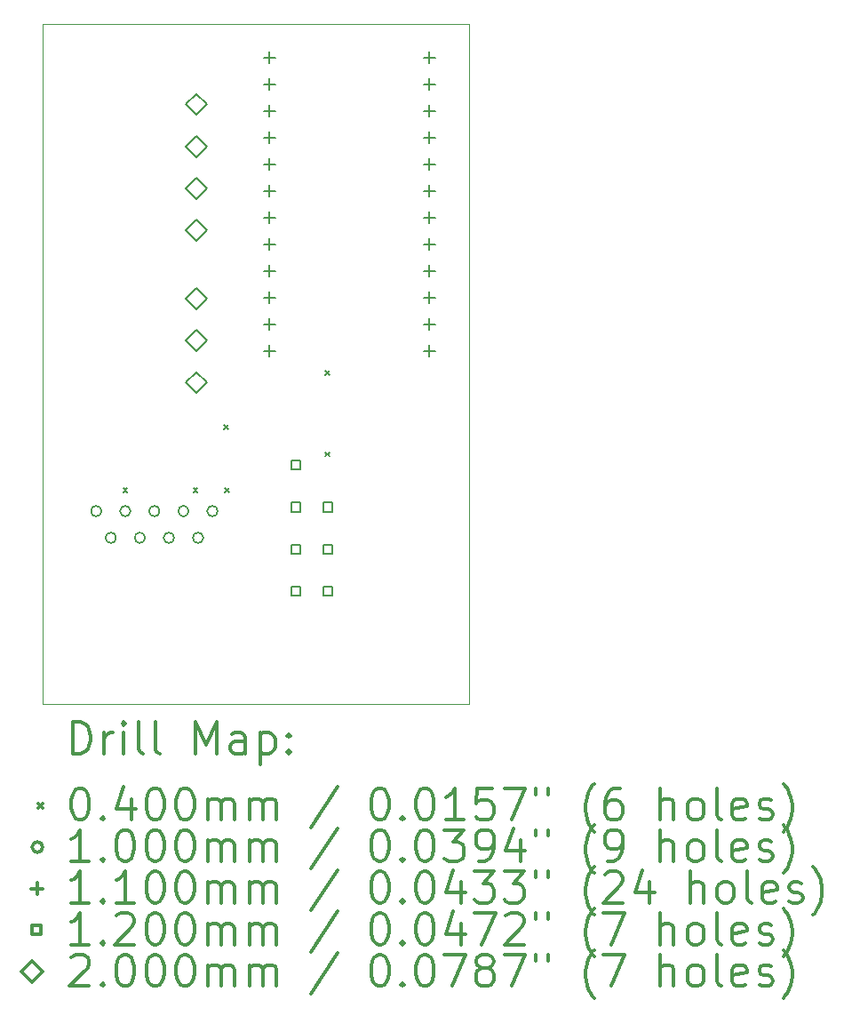
<source format=gbr>
%FSLAX45Y45*%
G04 Gerber Fmt 4.5, Leading zero omitted, Abs format (unit mm)*
G04 Created by KiCad (PCBNEW (5.1.10-1-10_14)) date 2021-12-03 14:09:28*
%MOMM*%
%LPD*%
G01*
G04 APERTURE LIST*
%TA.AperFunction,Profile*%
%ADD10C,0.050000*%
%TD*%
%ADD11C,0.200000*%
%ADD12C,0.300000*%
G04 APERTURE END LIST*
D10*
X12827000Y-2667000D02*
X12827000Y-9144000D01*
X16891000Y-2667000D02*
X16891000Y-9144000D01*
X12827000Y-2667000D02*
X16891000Y-2667000D01*
X16891000Y-9144000D02*
X12827000Y-9144000D01*
D11*
X13592000Y-7081980D02*
X13632000Y-7121980D01*
X13632000Y-7081980D02*
X13592000Y-7121980D01*
X14259740Y-7081980D02*
X14299740Y-7121980D01*
X14299740Y-7081980D02*
X14259740Y-7121980D01*
X14554520Y-6479860D02*
X14594520Y-6519860D01*
X14594520Y-6479860D02*
X14554520Y-6519860D01*
X14562000Y-7081980D02*
X14602000Y-7121980D01*
X14602000Y-7081980D02*
X14562000Y-7121980D01*
X15519720Y-5966780D02*
X15559720Y-6006780D01*
X15559720Y-5966780D02*
X15519720Y-6006780D01*
X15519720Y-6741480D02*
X15559720Y-6781480D01*
X15559720Y-6741480D02*
X15519720Y-6781480D01*
X13385000Y-7302500D02*
G75*
G03*
X13385000Y-7302500I-50000J0D01*
G01*
X13523500Y-7556500D02*
G75*
G03*
X13523500Y-7556500I-50000J0D01*
G01*
X13662000Y-7302500D02*
G75*
G03*
X13662000Y-7302500I-50000J0D01*
G01*
X13800500Y-7556500D02*
G75*
G03*
X13800500Y-7556500I-50000J0D01*
G01*
X13939000Y-7302500D02*
G75*
G03*
X13939000Y-7302500I-50000J0D01*
G01*
X14077500Y-7556500D02*
G75*
G03*
X14077500Y-7556500I-50000J0D01*
G01*
X14216000Y-7302500D02*
G75*
G03*
X14216000Y-7302500I-50000J0D01*
G01*
X14354500Y-7556500D02*
G75*
G03*
X14354500Y-7556500I-50000J0D01*
G01*
X14493000Y-7302500D02*
G75*
G03*
X14493000Y-7302500I-50000J0D01*
G01*
X14986000Y-2929500D02*
X14986000Y-3039500D01*
X14931000Y-2984500D02*
X15041000Y-2984500D01*
X14986000Y-3183500D02*
X14986000Y-3293500D01*
X14931000Y-3238500D02*
X15041000Y-3238500D01*
X14986000Y-3437500D02*
X14986000Y-3547500D01*
X14931000Y-3492500D02*
X15041000Y-3492500D01*
X14986000Y-3691500D02*
X14986000Y-3801500D01*
X14931000Y-3746500D02*
X15041000Y-3746500D01*
X14986000Y-3945500D02*
X14986000Y-4055500D01*
X14931000Y-4000500D02*
X15041000Y-4000500D01*
X14986000Y-4199500D02*
X14986000Y-4309500D01*
X14931000Y-4254500D02*
X15041000Y-4254500D01*
X14986000Y-4453500D02*
X14986000Y-4563500D01*
X14931000Y-4508500D02*
X15041000Y-4508500D01*
X14986000Y-4707500D02*
X14986000Y-4817500D01*
X14931000Y-4762500D02*
X15041000Y-4762500D01*
X14986000Y-4961500D02*
X14986000Y-5071500D01*
X14931000Y-5016500D02*
X15041000Y-5016500D01*
X14986000Y-5215500D02*
X14986000Y-5325500D01*
X14931000Y-5270500D02*
X15041000Y-5270500D01*
X14986000Y-5469500D02*
X14986000Y-5579500D01*
X14931000Y-5524500D02*
X15041000Y-5524500D01*
X14986000Y-5723500D02*
X14986000Y-5833500D01*
X14931000Y-5778500D02*
X15041000Y-5778500D01*
X16510000Y-2929500D02*
X16510000Y-3039500D01*
X16455000Y-2984500D02*
X16565000Y-2984500D01*
X16510000Y-3183500D02*
X16510000Y-3293500D01*
X16455000Y-3238500D02*
X16565000Y-3238500D01*
X16510000Y-3437500D02*
X16510000Y-3547500D01*
X16455000Y-3492500D02*
X16565000Y-3492500D01*
X16510000Y-3691500D02*
X16510000Y-3801500D01*
X16455000Y-3746500D02*
X16565000Y-3746500D01*
X16510000Y-3945500D02*
X16510000Y-4055500D01*
X16455000Y-4000500D02*
X16565000Y-4000500D01*
X16510000Y-4199500D02*
X16510000Y-4309500D01*
X16455000Y-4254500D02*
X16565000Y-4254500D01*
X16510000Y-4453500D02*
X16510000Y-4563500D01*
X16455000Y-4508500D02*
X16565000Y-4508500D01*
X16510000Y-4707500D02*
X16510000Y-4817500D01*
X16455000Y-4762500D02*
X16565000Y-4762500D01*
X16510000Y-4961500D02*
X16510000Y-5071500D01*
X16455000Y-5016500D02*
X16565000Y-5016500D01*
X16510000Y-5215500D02*
X16510000Y-5325500D01*
X16455000Y-5270500D02*
X16565000Y-5270500D01*
X16510000Y-5469500D02*
X16510000Y-5579500D01*
X16455000Y-5524500D02*
X16565000Y-5524500D01*
X16510000Y-5723500D02*
X16510000Y-5833500D01*
X16455000Y-5778500D02*
X16565000Y-5778500D01*
X15282427Y-6906927D02*
X15282427Y-6822073D01*
X15197573Y-6822073D01*
X15197573Y-6906927D01*
X15282427Y-6906927D01*
X15282427Y-7306927D02*
X15282427Y-7222073D01*
X15197573Y-7222073D01*
X15197573Y-7306927D01*
X15282427Y-7306927D01*
X15282427Y-7706927D02*
X15282427Y-7622073D01*
X15197573Y-7622073D01*
X15197573Y-7706927D01*
X15282427Y-7706927D01*
X15282427Y-8106927D02*
X15282427Y-8022073D01*
X15197573Y-8022073D01*
X15197573Y-8106927D01*
X15282427Y-8106927D01*
X15582427Y-7306927D02*
X15582427Y-7222073D01*
X15497573Y-7222073D01*
X15497573Y-7306927D01*
X15582427Y-7306927D01*
X15582427Y-7706927D02*
X15582427Y-7622073D01*
X15497573Y-7622073D01*
X15497573Y-7706927D01*
X15582427Y-7706927D01*
X15582427Y-8106927D02*
X15582427Y-8022073D01*
X15497573Y-8022073D01*
X15497573Y-8106927D01*
X15582427Y-8106927D01*
X14287500Y-3529000D02*
X14387500Y-3429000D01*
X14287500Y-3329000D01*
X14187500Y-3429000D01*
X14287500Y-3529000D01*
X14287500Y-3929000D02*
X14387500Y-3829000D01*
X14287500Y-3729000D01*
X14187500Y-3829000D01*
X14287500Y-3929000D01*
X14287500Y-4329000D02*
X14387500Y-4229000D01*
X14287500Y-4129000D01*
X14187500Y-4229000D01*
X14287500Y-4329000D01*
X14287500Y-4729000D02*
X14387500Y-4629000D01*
X14287500Y-4529000D01*
X14187500Y-4629000D01*
X14287500Y-4729000D01*
X14287500Y-5379000D02*
X14387500Y-5279000D01*
X14287500Y-5179000D01*
X14187500Y-5279000D01*
X14287500Y-5379000D01*
X14287500Y-5779000D02*
X14387500Y-5679000D01*
X14287500Y-5579000D01*
X14187500Y-5679000D01*
X14287500Y-5779000D01*
X14287500Y-6179000D02*
X14387500Y-6079000D01*
X14287500Y-5979000D01*
X14187500Y-6079000D01*
X14287500Y-6179000D01*
D12*
X13110928Y-9612214D02*
X13110928Y-9312214D01*
X13182357Y-9312214D01*
X13225214Y-9326500D01*
X13253786Y-9355072D01*
X13268071Y-9383643D01*
X13282357Y-9440786D01*
X13282357Y-9483643D01*
X13268071Y-9540786D01*
X13253786Y-9569357D01*
X13225214Y-9597929D01*
X13182357Y-9612214D01*
X13110928Y-9612214D01*
X13410928Y-9612214D02*
X13410928Y-9412214D01*
X13410928Y-9469357D02*
X13425214Y-9440786D01*
X13439500Y-9426500D01*
X13468071Y-9412214D01*
X13496643Y-9412214D01*
X13596643Y-9612214D02*
X13596643Y-9412214D01*
X13596643Y-9312214D02*
X13582357Y-9326500D01*
X13596643Y-9340786D01*
X13610928Y-9326500D01*
X13596643Y-9312214D01*
X13596643Y-9340786D01*
X13782357Y-9612214D02*
X13753786Y-9597929D01*
X13739500Y-9569357D01*
X13739500Y-9312214D01*
X13939500Y-9612214D02*
X13910928Y-9597929D01*
X13896643Y-9569357D01*
X13896643Y-9312214D01*
X14282357Y-9612214D02*
X14282357Y-9312214D01*
X14382357Y-9526500D01*
X14482357Y-9312214D01*
X14482357Y-9612214D01*
X14753786Y-9612214D02*
X14753786Y-9455072D01*
X14739500Y-9426500D01*
X14710928Y-9412214D01*
X14653786Y-9412214D01*
X14625214Y-9426500D01*
X14753786Y-9597929D02*
X14725214Y-9612214D01*
X14653786Y-9612214D01*
X14625214Y-9597929D01*
X14610928Y-9569357D01*
X14610928Y-9540786D01*
X14625214Y-9512214D01*
X14653786Y-9497929D01*
X14725214Y-9497929D01*
X14753786Y-9483643D01*
X14896643Y-9412214D02*
X14896643Y-9712214D01*
X14896643Y-9426500D02*
X14925214Y-9412214D01*
X14982357Y-9412214D01*
X15010928Y-9426500D01*
X15025214Y-9440786D01*
X15039500Y-9469357D01*
X15039500Y-9555072D01*
X15025214Y-9583643D01*
X15010928Y-9597929D01*
X14982357Y-9612214D01*
X14925214Y-9612214D01*
X14896643Y-9597929D01*
X15168071Y-9583643D02*
X15182357Y-9597929D01*
X15168071Y-9612214D01*
X15153786Y-9597929D01*
X15168071Y-9583643D01*
X15168071Y-9612214D01*
X15168071Y-9426500D02*
X15182357Y-9440786D01*
X15168071Y-9455072D01*
X15153786Y-9440786D01*
X15168071Y-9426500D01*
X15168071Y-9455072D01*
X12784500Y-10086500D02*
X12824500Y-10126500D01*
X12824500Y-10086500D02*
X12784500Y-10126500D01*
X13168071Y-9942214D02*
X13196643Y-9942214D01*
X13225214Y-9956500D01*
X13239500Y-9970786D01*
X13253786Y-9999357D01*
X13268071Y-10056500D01*
X13268071Y-10127929D01*
X13253786Y-10185072D01*
X13239500Y-10213643D01*
X13225214Y-10227929D01*
X13196643Y-10242214D01*
X13168071Y-10242214D01*
X13139500Y-10227929D01*
X13125214Y-10213643D01*
X13110928Y-10185072D01*
X13096643Y-10127929D01*
X13096643Y-10056500D01*
X13110928Y-9999357D01*
X13125214Y-9970786D01*
X13139500Y-9956500D01*
X13168071Y-9942214D01*
X13396643Y-10213643D02*
X13410928Y-10227929D01*
X13396643Y-10242214D01*
X13382357Y-10227929D01*
X13396643Y-10213643D01*
X13396643Y-10242214D01*
X13668071Y-10042214D02*
X13668071Y-10242214D01*
X13596643Y-9927929D02*
X13525214Y-10142214D01*
X13710928Y-10142214D01*
X13882357Y-9942214D02*
X13910928Y-9942214D01*
X13939500Y-9956500D01*
X13953786Y-9970786D01*
X13968071Y-9999357D01*
X13982357Y-10056500D01*
X13982357Y-10127929D01*
X13968071Y-10185072D01*
X13953786Y-10213643D01*
X13939500Y-10227929D01*
X13910928Y-10242214D01*
X13882357Y-10242214D01*
X13853786Y-10227929D01*
X13839500Y-10213643D01*
X13825214Y-10185072D01*
X13810928Y-10127929D01*
X13810928Y-10056500D01*
X13825214Y-9999357D01*
X13839500Y-9970786D01*
X13853786Y-9956500D01*
X13882357Y-9942214D01*
X14168071Y-9942214D02*
X14196643Y-9942214D01*
X14225214Y-9956500D01*
X14239500Y-9970786D01*
X14253786Y-9999357D01*
X14268071Y-10056500D01*
X14268071Y-10127929D01*
X14253786Y-10185072D01*
X14239500Y-10213643D01*
X14225214Y-10227929D01*
X14196643Y-10242214D01*
X14168071Y-10242214D01*
X14139500Y-10227929D01*
X14125214Y-10213643D01*
X14110928Y-10185072D01*
X14096643Y-10127929D01*
X14096643Y-10056500D01*
X14110928Y-9999357D01*
X14125214Y-9970786D01*
X14139500Y-9956500D01*
X14168071Y-9942214D01*
X14396643Y-10242214D02*
X14396643Y-10042214D01*
X14396643Y-10070786D02*
X14410928Y-10056500D01*
X14439500Y-10042214D01*
X14482357Y-10042214D01*
X14510928Y-10056500D01*
X14525214Y-10085072D01*
X14525214Y-10242214D01*
X14525214Y-10085072D02*
X14539500Y-10056500D01*
X14568071Y-10042214D01*
X14610928Y-10042214D01*
X14639500Y-10056500D01*
X14653786Y-10085072D01*
X14653786Y-10242214D01*
X14796643Y-10242214D02*
X14796643Y-10042214D01*
X14796643Y-10070786D02*
X14810928Y-10056500D01*
X14839500Y-10042214D01*
X14882357Y-10042214D01*
X14910928Y-10056500D01*
X14925214Y-10085072D01*
X14925214Y-10242214D01*
X14925214Y-10085072D02*
X14939500Y-10056500D01*
X14968071Y-10042214D01*
X15010928Y-10042214D01*
X15039500Y-10056500D01*
X15053786Y-10085072D01*
X15053786Y-10242214D01*
X15639500Y-9927929D02*
X15382357Y-10313643D01*
X16025214Y-9942214D02*
X16053786Y-9942214D01*
X16082357Y-9956500D01*
X16096643Y-9970786D01*
X16110928Y-9999357D01*
X16125214Y-10056500D01*
X16125214Y-10127929D01*
X16110928Y-10185072D01*
X16096643Y-10213643D01*
X16082357Y-10227929D01*
X16053786Y-10242214D01*
X16025214Y-10242214D01*
X15996643Y-10227929D01*
X15982357Y-10213643D01*
X15968071Y-10185072D01*
X15953786Y-10127929D01*
X15953786Y-10056500D01*
X15968071Y-9999357D01*
X15982357Y-9970786D01*
X15996643Y-9956500D01*
X16025214Y-9942214D01*
X16253786Y-10213643D02*
X16268071Y-10227929D01*
X16253786Y-10242214D01*
X16239500Y-10227929D01*
X16253786Y-10213643D01*
X16253786Y-10242214D01*
X16453786Y-9942214D02*
X16482357Y-9942214D01*
X16510928Y-9956500D01*
X16525214Y-9970786D01*
X16539500Y-9999357D01*
X16553786Y-10056500D01*
X16553786Y-10127929D01*
X16539500Y-10185072D01*
X16525214Y-10213643D01*
X16510928Y-10227929D01*
X16482357Y-10242214D01*
X16453786Y-10242214D01*
X16425214Y-10227929D01*
X16410928Y-10213643D01*
X16396643Y-10185072D01*
X16382357Y-10127929D01*
X16382357Y-10056500D01*
X16396643Y-9999357D01*
X16410928Y-9970786D01*
X16425214Y-9956500D01*
X16453786Y-9942214D01*
X16839500Y-10242214D02*
X16668071Y-10242214D01*
X16753786Y-10242214D02*
X16753786Y-9942214D01*
X16725214Y-9985072D01*
X16696643Y-10013643D01*
X16668071Y-10027929D01*
X17110928Y-9942214D02*
X16968071Y-9942214D01*
X16953786Y-10085072D01*
X16968071Y-10070786D01*
X16996643Y-10056500D01*
X17068071Y-10056500D01*
X17096643Y-10070786D01*
X17110928Y-10085072D01*
X17125214Y-10113643D01*
X17125214Y-10185072D01*
X17110928Y-10213643D01*
X17096643Y-10227929D01*
X17068071Y-10242214D01*
X16996643Y-10242214D01*
X16968071Y-10227929D01*
X16953786Y-10213643D01*
X17225214Y-9942214D02*
X17425214Y-9942214D01*
X17296643Y-10242214D01*
X17525214Y-9942214D02*
X17525214Y-9999357D01*
X17639500Y-9942214D02*
X17639500Y-9999357D01*
X18082357Y-10356500D02*
X18068071Y-10342214D01*
X18039500Y-10299357D01*
X18025214Y-10270786D01*
X18010928Y-10227929D01*
X17996643Y-10156500D01*
X17996643Y-10099357D01*
X18010928Y-10027929D01*
X18025214Y-9985072D01*
X18039500Y-9956500D01*
X18068071Y-9913643D01*
X18082357Y-9899357D01*
X18325214Y-9942214D02*
X18268071Y-9942214D01*
X18239500Y-9956500D01*
X18225214Y-9970786D01*
X18196643Y-10013643D01*
X18182357Y-10070786D01*
X18182357Y-10185072D01*
X18196643Y-10213643D01*
X18210928Y-10227929D01*
X18239500Y-10242214D01*
X18296643Y-10242214D01*
X18325214Y-10227929D01*
X18339500Y-10213643D01*
X18353786Y-10185072D01*
X18353786Y-10113643D01*
X18339500Y-10085072D01*
X18325214Y-10070786D01*
X18296643Y-10056500D01*
X18239500Y-10056500D01*
X18210928Y-10070786D01*
X18196643Y-10085072D01*
X18182357Y-10113643D01*
X18710928Y-10242214D02*
X18710928Y-9942214D01*
X18839500Y-10242214D02*
X18839500Y-10085072D01*
X18825214Y-10056500D01*
X18796643Y-10042214D01*
X18753786Y-10042214D01*
X18725214Y-10056500D01*
X18710928Y-10070786D01*
X19025214Y-10242214D02*
X18996643Y-10227929D01*
X18982357Y-10213643D01*
X18968071Y-10185072D01*
X18968071Y-10099357D01*
X18982357Y-10070786D01*
X18996643Y-10056500D01*
X19025214Y-10042214D01*
X19068071Y-10042214D01*
X19096643Y-10056500D01*
X19110928Y-10070786D01*
X19125214Y-10099357D01*
X19125214Y-10185072D01*
X19110928Y-10213643D01*
X19096643Y-10227929D01*
X19068071Y-10242214D01*
X19025214Y-10242214D01*
X19296643Y-10242214D02*
X19268071Y-10227929D01*
X19253786Y-10199357D01*
X19253786Y-9942214D01*
X19525214Y-10227929D02*
X19496643Y-10242214D01*
X19439500Y-10242214D01*
X19410928Y-10227929D01*
X19396643Y-10199357D01*
X19396643Y-10085072D01*
X19410928Y-10056500D01*
X19439500Y-10042214D01*
X19496643Y-10042214D01*
X19525214Y-10056500D01*
X19539500Y-10085072D01*
X19539500Y-10113643D01*
X19396643Y-10142214D01*
X19653786Y-10227929D02*
X19682357Y-10242214D01*
X19739500Y-10242214D01*
X19768071Y-10227929D01*
X19782357Y-10199357D01*
X19782357Y-10185072D01*
X19768071Y-10156500D01*
X19739500Y-10142214D01*
X19696643Y-10142214D01*
X19668071Y-10127929D01*
X19653786Y-10099357D01*
X19653786Y-10085072D01*
X19668071Y-10056500D01*
X19696643Y-10042214D01*
X19739500Y-10042214D01*
X19768071Y-10056500D01*
X19882357Y-10356500D02*
X19896643Y-10342214D01*
X19925214Y-10299357D01*
X19939500Y-10270786D01*
X19953786Y-10227929D01*
X19968071Y-10156500D01*
X19968071Y-10099357D01*
X19953786Y-10027929D01*
X19939500Y-9985072D01*
X19925214Y-9956500D01*
X19896643Y-9913643D01*
X19882357Y-9899357D01*
X12824500Y-10502500D02*
G75*
G03*
X12824500Y-10502500I-50000J0D01*
G01*
X13268071Y-10638214D02*
X13096643Y-10638214D01*
X13182357Y-10638214D02*
X13182357Y-10338214D01*
X13153786Y-10381072D01*
X13125214Y-10409643D01*
X13096643Y-10423929D01*
X13396643Y-10609643D02*
X13410928Y-10623929D01*
X13396643Y-10638214D01*
X13382357Y-10623929D01*
X13396643Y-10609643D01*
X13396643Y-10638214D01*
X13596643Y-10338214D02*
X13625214Y-10338214D01*
X13653786Y-10352500D01*
X13668071Y-10366786D01*
X13682357Y-10395357D01*
X13696643Y-10452500D01*
X13696643Y-10523929D01*
X13682357Y-10581072D01*
X13668071Y-10609643D01*
X13653786Y-10623929D01*
X13625214Y-10638214D01*
X13596643Y-10638214D01*
X13568071Y-10623929D01*
X13553786Y-10609643D01*
X13539500Y-10581072D01*
X13525214Y-10523929D01*
X13525214Y-10452500D01*
X13539500Y-10395357D01*
X13553786Y-10366786D01*
X13568071Y-10352500D01*
X13596643Y-10338214D01*
X13882357Y-10338214D02*
X13910928Y-10338214D01*
X13939500Y-10352500D01*
X13953786Y-10366786D01*
X13968071Y-10395357D01*
X13982357Y-10452500D01*
X13982357Y-10523929D01*
X13968071Y-10581072D01*
X13953786Y-10609643D01*
X13939500Y-10623929D01*
X13910928Y-10638214D01*
X13882357Y-10638214D01*
X13853786Y-10623929D01*
X13839500Y-10609643D01*
X13825214Y-10581072D01*
X13810928Y-10523929D01*
X13810928Y-10452500D01*
X13825214Y-10395357D01*
X13839500Y-10366786D01*
X13853786Y-10352500D01*
X13882357Y-10338214D01*
X14168071Y-10338214D02*
X14196643Y-10338214D01*
X14225214Y-10352500D01*
X14239500Y-10366786D01*
X14253786Y-10395357D01*
X14268071Y-10452500D01*
X14268071Y-10523929D01*
X14253786Y-10581072D01*
X14239500Y-10609643D01*
X14225214Y-10623929D01*
X14196643Y-10638214D01*
X14168071Y-10638214D01*
X14139500Y-10623929D01*
X14125214Y-10609643D01*
X14110928Y-10581072D01*
X14096643Y-10523929D01*
X14096643Y-10452500D01*
X14110928Y-10395357D01*
X14125214Y-10366786D01*
X14139500Y-10352500D01*
X14168071Y-10338214D01*
X14396643Y-10638214D02*
X14396643Y-10438214D01*
X14396643Y-10466786D02*
X14410928Y-10452500D01*
X14439500Y-10438214D01*
X14482357Y-10438214D01*
X14510928Y-10452500D01*
X14525214Y-10481072D01*
X14525214Y-10638214D01*
X14525214Y-10481072D02*
X14539500Y-10452500D01*
X14568071Y-10438214D01*
X14610928Y-10438214D01*
X14639500Y-10452500D01*
X14653786Y-10481072D01*
X14653786Y-10638214D01*
X14796643Y-10638214D02*
X14796643Y-10438214D01*
X14796643Y-10466786D02*
X14810928Y-10452500D01*
X14839500Y-10438214D01*
X14882357Y-10438214D01*
X14910928Y-10452500D01*
X14925214Y-10481072D01*
X14925214Y-10638214D01*
X14925214Y-10481072D02*
X14939500Y-10452500D01*
X14968071Y-10438214D01*
X15010928Y-10438214D01*
X15039500Y-10452500D01*
X15053786Y-10481072D01*
X15053786Y-10638214D01*
X15639500Y-10323929D02*
X15382357Y-10709643D01*
X16025214Y-10338214D02*
X16053786Y-10338214D01*
X16082357Y-10352500D01*
X16096643Y-10366786D01*
X16110928Y-10395357D01*
X16125214Y-10452500D01*
X16125214Y-10523929D01*
X16110928Y-10581072D01*
X16096643Y-10609643D01*
X16082357Y-10623929D01*
X16053786Y-10638214D01*
X16025214Y-10638214D01*
X15996643Y-10623929D01*
X15982357Y-10609643D01*
X15968071Y-10581072D01*
X15953786Y-10523929D01*
X15953786Y-10452500D01*
X15968071Y-10395357D01*
X15982357Y-10366786D01*
X15996643Y-10352500D01*
X16025214Y-10338214D01*
X16253786Y-10609643D02*
X16268071Y-10623929D01*
X16253786Y-10638214D01*
X16239500Y-10623929D01*
X16253786Y-10609643D01*
X16253786Y-10638214D01*
X16453786Y-10338214D02*
X16482357Y-10338214D01*
X16510928Y-10352500D01*
X16525214Y-10366786D01*
X16539500Y-10395357D01*
X16553786Y-10452500D01*
X16553786Y-10523929D01*
X16539500Y-10581072D01*
X16525214Y-10609643D01*
X16510928Y-10623929D01*
X16482357Y-10638214D01*
X16453786Y-10638214D01*
X16425214Y-10623929D01*
X16410928Y-10609643D01*
X16396643Y-10581072D01*
X16382357Y-10523929D01*
X16382357Y-10452500D01*
X16396643Y-10395357D01*
X16410928Y-10366786D01*
X16425214Y-10352500D01*
X16453786Y-10338214D01*
X16653786Y-10338214D02*
X16839500Y-10338214D01*
X16739500Y-10452500D01*
X16782357Y-10452500D01*
X16810928Y-10466786D01*
X16825214Y-10481072D01*
X16839500Y-10509643D01*
X16839500Y-10581072D01*
X16825214Y-10609643D01*
X16810928Y-10623929D01*
X16782357Y-10638214D01*
X16696643Y-10638214D01*
X16668071Y-10623929D01*
X16653786Y-10609643D01*
X16982357Y-10638214D02*
X17039500Y-10638214D01*
X17068071Y-10623929D01*
X17082357Y-10609643D01*
X17110928Y-10566786D01*
X17125214Y-10509643D01*
X17125214Y-10395357D01*
X17110928Y-10366786D01*
X17096643Y-10352500D01*
X17068071Y-10338214D01*
X17010928Y-10338214D01*
X16982357Y-10352500D01*
X16968071Y-10366786D01*
X16953786Y-10395357D01*
X16953786Y-10466786D01*
X16968071Y-10495357D01*
X16982357Y-10509643D01*
X17010928Y-10523929D01*
X17068071Y-10523929D01*
X17096643Y-10509643D01*
X17110928Y-10495357D01*
X17125214Y-10466786D01*
X17382357Y-10438214D02*
X17382357Y-10638214D01*
X17310928Y-10323929D02*
X17239500Y-10538214D01*
X17425214Y-10538214D01*
X17525214Y-10338214D02*
X17525214Y-10395357D01*
X17639500Y-10338214D02*
X17639500Y-10395357D01*
X18082357Y-10752500D02*
X18068071Y-10738214D01*
X18039500Y-10695357D01*
X18025214Y-10666786D01*
X18010928Y-10623929D01*
X17996643Y-10552500D01*
X17996643Y-10495357D01*
X18010928Y-10423929D01*
X18025214Y-10381072D01*
X18039500Y-10352500D01*
X18068071Y-10309643D01*
X18082357Y-10295357D01*
X18210928Y-10638214D02*
X18268071Y-10638214D01*
X18296643Y-10623929D01*
X18310928Y-10609643D01*
X18339500Y-10566786D01*
X18353786Y-10509643D01*
X18353786Y-10395357D01*
X18339500Y-10366786D01*
X18325214Y-10352500D01*
X18296643Y-10338214D01*
X18239500Y-10338214D01*
X18210928Y-10352500D01*
X18196643Y-10366786D01*
X18182357Y-10395357D01*
X18182357Y-10466786D01*
X18196643Y-10495357D01*
X18210928Y-10509643D01*
X18239500Y-10523929D01*
X18296643Y-10523929D01*
X18325214Y-10509643D01*
X18339500Y-10495357D01*
X18353786Y-10466786D01*
X18710928Y-10638214D02*
X18710928Y-10338214D01*
X18839500Y-10638214D02*
X18839500Y-10481072D01*
X18825214Y-10452500D01*
X18796643Y-10438214D01*
X18753786Y-10438214D01*
X18725214Y-10452500D01*
X18710928Y-10466786D01*
X19025214Y-10638214D02*
X18996643Y-10623929D01*
X18982357Y-10609643D01*
X18968071Y-10581072D01*
X18968071Y-10495357D01*
X18982357Y-10466786D01*
X18996643Y-10452500D01*
X19025214Y-10438214D01*
X19068071Y-10438214D01*
X19096643Y-10452500D01*
X19110928Y-10466786D01*
X19125214Y-10495357D01*
X19125214Y-10581072D01*
X19110928Y-10609643D01*
X19096643Y-10623929D01*
X19068071Y-10638214D01*
X19025214Y-10638214D01*
X19296643Y-10638214D02*
X19268071Y-10623929D01*
X19253786Y-10595357D01*
X19253786Y-10338214D01*
X19525214Y-10623929D02*
X19496643Y-10638214D01*
X19439500Y-10638214D01*
X19410928Y-10623929D01*
X19396643Y-10595357D01*
X19396643Y-10481072D01*
X19410928Y-10452500D01*
X19439500Y-10438214D01*
X19496643Y-10438214D01*
X19525214Y-10452500D01*
X19539500Y-10481072D01*
X19539500Y-10509643D01*
X19396643Y-10538214D01*
X19653786Y-10623929D02*
X19682357Y-10638214D01*
X19739500Y-10638214D01*
X19768071Y-10623929D01*
X19782357Y-10595357D01*
X19782357Y-10581072D01*
X19768071Y-10552500D01*
X19739500Y-10538214D01*
X19696643Y-10538214D01*
X19668071Y-10523929D01*
X19653786Y-10495357D01*
X19653786Y-10481072D01*
X19668071Y-10452500D01*
X19696643Y-10438214D01*
X19739500Y-10438214D01*
X19768071Y-10452500D01*
X19882357Y-10752500D02*
X19896643Y-10738214D01*
X19925214Y-10695357D01*
X19939500Y-10666786D01*
X19953786Y-10623929D01*
X19968071Y-10552500D01*
X19968071Y-10495357D01*
X19953786Y-10423929D01*
X19939500Y-10381072D01*
X19925214Y-10352500D01*
X19896643Y-10309643D01*
X19882357Y-10295357D01*
X12769500Y-10843500D02*
X12769500Y-10953500D01*
X12714500Y-10898500D02*
X12824500Y-10898500D01*
X13268071Y-11034214D02*
X13096643Y-11034214D01*
X13182357Y-11034214D02*
X13182357Y-10734214D01*
X13153786Y-10777072D01*
X13125214Y-10805643D01*
X13096643Y-10819929D01*
X13396643Y-11005643D02*
X13410928Y-11019929D01*
X13396643Y-11034214D01*
X13382357Y-11019929D01*
X13396643Y-11005643D01*
X13396643Y-11034214D01*
X13696643Y-11034214D02*
X13525214Y-11034214D01*
X13610928Y-11034214D02*
X13610928Y-10734214D01*
X13582357Y-10777072D01*
X13553786Y-10805643D01*
X13525214Y-10819929D01*
X13882357Y-10734214D02*
X13910928Y-10734214D01*
X13939500Y-10748500D01*
X13953786Y-10762786D01*
X13968071Y-10791357D01*
X13982357Y-10848500D01*
X13982357Y-10919929D01*
X13968071Y-10977072D01*
X13953786Y-11005643D01*
X13939500Y-11019929D01*
X13910928Y-11034214D01*
X13882357Y-11034214D01*
X13853786Y-11019929D01*
X13839500Y-11005643D01*
X13825214Y-10977072D01*
X13810928Y-10919929D01*
X13810928Y-10848500D01*
X13825214Y-10791357D01*
X13839500Y-10762786D01*
X13853786Y-10748500D01*
X13882357Y-10734214D01*
X14168071Y-10734214D02*
X14196643Y-10734214D01*
X14225214Y-10748500D01*
X14239500Y-10762786D01*
X14253786Y-10791357D01*
X14268071Y-10848500D01*
X14268071Y-10919929D01*
X14253786Y-10977072D01*
X14239500Y-11005643D01*
X14225214Y-11019929D01*
X14196643Y-11034214D01*
X14168071Y-11034214D01*
X14139500Y-11019929D01*
X14125214Y-11005643D01*
X14110928Y-10977072D01*
X14096643Y-10919929D01*
X14096643Y-10848500D01*
X14110928Y-10791357D01*
X14125214Y-10762786D01*
X14139500Y-10748500D01*
X14168071Y-10734214D01*
X14396643Y-11034214D02*
X14396643Y-10834214D01*
X14396643Y-10862786D02*
X14410928Y-10848500D01*
X14439500Y-10834214D01*
X14482357Y-10834214D01*
X14510928Y-10848500D01*
X14525214Y-10877072D01*
X14525214Y-11034214D01*
X14525214Y-10877072D02*
X14539500Y-10848500D01*
X14568071Y-10834214D01*
X14610928Y-10834214D01*
X14639500Y-10848500D01*
X14653786Y-10877072D01*
X14653786Y-11034214D01*
X14796643Y-11034214D02*
X14796643Y-10834214D01*
X14796643Y-10862786D02*
X14810928Y-10848500D01*
X14839500Y-10834214D01*
X14882357Y-10834214D01*
X14910928Y-10848500D01*
X14925214Y-10877072D01*
X14925214Y-11034214D01*
X14925214Y-10877072D02*
X14939500Y-10848500D01*
X14968071Y-10834214D01*
X15010928Y-10834214D01*
X15039500Y-10848500D01*
X15053786Y-10877072D01*
X15053786Y-11034214D01*
X15639500Y-10719929D02*
X15382357Y-11105643D01*
X16025214Y-10734214D02*
X16053786Y-10734214D01*
X16082357Y-10748500D01*
X16096643Y-10762786D01*
X16110928Y-10791357D01*
X16125214Y-10848500D01*
X16125214Y-10919929D01*
X16110928Y-10977072D01*
X16096643Y-11005643D01*
X16082357Y-11019929D01*
X16053786Y-11034214D01*
X16025214Y-11034214D01*
X15996643Y-11019929D01*
X15982357Y-11005643D01*
X15968071Y-10977072D01*
X15953786Y-10919929D01*
X15953786Y-10848500D01*
X15968071Y-10791357D01*
X15982357Y-10762786D01*
X15996643Y-10748500D01*
X16025214Y-10734214D01*
X16253786Y-11005643D02*
X16268071Y-11019929D01*
X16253786Y-11034214D01*
X16239500Y-11019929D01*
X16253786Y-11005643D01*
X16253786Y-11034214D01*
X16453786Y-10734214D02*
X16482357Y-10734214D01*
X16510928Y-10748500D01*
X16525214Y-10762786D01*
X16539500Y-10791357D01*
X16553786Y-10848500D01*
X16553786Y-10919929D01*
X16539500Y-10977072D01*
X16525214Y-11005643D01*
X16510928Y-11019929D01*
X16482357Y-11034214D01*
X16453786Y-11034214D01*
X16425214Y-11019929D01*
X16410928Y-11005643D01*
X16396643Y-10977072D01*
X16382357Y-10919929D01*
X16382357Y-10848500D01*
X16396643Y-10791357D01*
X16410928Y-10762786D01*
X16425214Y-10748500D01*
X16453786Y-10734214D01*
X16810928Y-10834214D02*
X16810928Y-11034214D01*
X16739500Y-10719929D02*
X16668071Y-10934214D01*
X16853786Y-10934214D01*
X16939500Y-10734214D02*
X17125214Y-10734214D01*
X17025214Y-10848500D01*
X17068071Y-10848500D01*
X17096643Y-10862786D01*
X17110928Y-10877072D01*
X17125214Y-10905643D01*
X17125214Y-10977072D01*
X17110928Y-11005643D01*
X17096643Y-11019929D01*
X17068071Y-11034214D01*
X16982357Y-11034214D01*
X16953786Y-11019929D01*
X16939500Y-11005643D01*
X17225214Y-10734214D02*
X17410928Y-10734214D01*
X17310928Y-10848500D01*
X17353786Y-10848500D01*
X17382357Y-10862786D01*
X17396643Y-10877072D01*
X17410928Y-10905643D01*
X17410928Y-10977072D01*
X17396643Y-11005643D01*
X17382357Y-11019929D01*
X17353786Y-11034214D01*
X17268071Y-11034214D01*
X17239500Y-11019929D01*
X17225214Y-11005643D01*
X17525214Y-10734214D02*
X17525214Y-10791357D01*
X17639500Y-10734214D02*
X17639500Y-10791357D01*
X18082357Y-11148500D02*
X18068071Y-11134214D01*
X18039500Y-11091357D01*
X18025214Y-11062786D01*
X18010928Y-11019929D01*
X17996643Y-10948500D01*
X17996643Y-10891357D01*
X18010928Y-10819929D01*
X18025214Y-10777072D01*
X18039500Y-10748500D01*
X18068071Y-10705643D01*
X18082357Y-10691357D01*
X18182357Y-10762786D02*
X18196643Y-10748500D01*
X18225214Y-10734214D01*
X18296643Y-10734214D01*
X18325214Y-10748500D01*
X18339500Y-10762786D01*
X18353786Y-10791357D01*
X18353786Y-10819929D01*
X18339500Y-10862786D01*
X18168071Y-11034214D01*
X18353786Y-11034214D01*
X18610928Y-10834214D02*
X18610928Y-11034214D01*
X18539500Y-10719929D02*
X18468071Y-10934214D01*
X18653786Y-10934214D01*
X18996643Y-11034214D02*
X18996643Y-10734214D01*
X19125214Y-11034214D02*
X19125214Y-10877072D01*
X19110928Y-10848500D01*
X19082357Y-10834214D01*
X19039500Y-10834214D01*
X19010928Y-10848500D01*
X18996643Y-10862786D01*
X19310928Y-11034214D02*
X19282357Y-11019929D01*
X19268071Y-11005643D01*
X19253786Y-10977072D01*
X19253786Y-10891357D01*
X19268071Y-10862786D01*
X19282357Y-10848500D01*
X19310928Y-10834214D01*
X19353786Y-10834214D01*
X19382357Y-10848500D01*
X19396643Y-10862786D01*
X19410928Y-10891357D01*
X19410928Y-10977072D01*
X19396643Y-11005643D01*
X19382357Y-11019929D01*
X19353786Y-11034214D01*
X19310928Y-11034214D01*
X19582357Y-11034214D02*
X19553786Y-11019929D01*
X19539500Y-10991357D01*
X19539500Y-10734214D01*
X19810928Y-11019929D02*
X19782357Y-11034214D01*
X19725214Y-11034214D01*
X19696643Y-11019929D01*
X19682357Y-10991357D01*
X19682357Y-10877072D01*
X19696643Y-10848500D01*
X19725214Y-10834214D01*
X19782357Y-10834214D01*
X19810928Y-10848500D01*
X19825214Y-10877072D01*
X19825214Y-10905643D01*
X19682357Y-10934214D01*
X19939500Y-11019929D02*
X19968071Y-11034214D01*
X20025214Y-11034214D01*
X20053786Y-11019929D01*
X20068071Y-10991357D01*
X20068071Y-10977072D01*
X20053786Y-10948500D01*
X20025214Y-10934214D01*
X19982357Y-10934214D01*
X19953786Y-10919929D01*
X19939500Y-10891357D01*
X19939500Y-10877072D01*
X19953786Y-10848500D01*
X19982357Y-10834214D01*
X20025214Y-10834214D01*
X20053786Y-10848500D01*
X20168071Y-11148500D02*
X20182357Y-11134214D01*
X20210928Y-11091357D01*
X20225214Y-11062786D01*
X20239500Y-11019929D01*
X20253786Y-10948500D01*
X20253786Y-10891357D01*
X20239500Y-10819929D01*
X20225214Y-10777072D01*
X20210928Y-10748500D01*
X20182357Y-10705643D01*
X20168071Y-10691357D01*
X12806927Y-11336927D02*
X12806927Y-11252073D01*
X12722073Y-11252073D01*
X12722073Y-11336927D01*
X12806927Y-11336927D01*
X13268071Y-11430214D02*
X13096643Y-11430214D01*
X13182357Y-11430214D02*
X13182357Y-11130214D01*
X13153786Y-11173072D01*
X13125214Y-11201643D01*
X13096643Y-11215929D01*
X13396643Y-11401643D02*
X13410928Y-11415929D01*
X13396643Y-11430214D01*
X13382357Y-11415929D01*
X13396643Y-11401643D01*
X13396643Y-11430214D01*
X13525214Y-11158786D02*
X13539500Y-11144500D01*
X13568071Y-11130214D01*
X13639500Y-11130214D01*
X13668071Y-11144500D01*
X13682357Y-11158786D01*
X13696643Y-11187357D01*
X13696643Y-11215929D01*
X13682357Y-11258786D01*
X13510928Y-11430214D01*
X13696643Y-11430214D01*
X13882357Y-11130214D02*
X13910928Y-11130214D01*
X13939500Y-11144500D01*
X13953786Y-11158786D01*
X13968071Y-11187357D01*
X13982357Y-11244500D01*
X13982357Y-11315929D01*
X13968071Y-11373071D01*
X13953786Y-11401643D01*
X13939500Y-11415929D01*
X13910928Y-11430214D01*
X13882357Y-11430214D01*
X13853786Y-11415929D01*
X13839500Y-11401643D01*
X13825214Y-11373071D01*
X13810928Y-11315929D01*
X13810928Y-11244500D01*
X13825214Y-11187357D01*
X13839500Y-11158786D01*
X13853786Y-11144500D01*
X13882357Y-11130214D01*
X14168071Y-11130214D02*
X14196643Y-11130214D01*
X14225214Y-11144500D01*
X14239500Y-11158786D01*
X14253786Y-11187357D01*
X14268071Y-11244500D01*
X14268071Y-11315929D01*
X14253786Y-11373071D01*
X14239500Y-11401643D01*
X14225214Y-11415929D01*
X14196643Y-11430214D01*
X14168071Y-11430214D01*
X14139500Y-11415929D01*
X14125214Y-11401643D01*
X14110928Y-11373071D01*
X14096643Y-11315929D01*
X14096643Y-11244500D01*
X14110928Y-11187357D01*
X14125214Y-11158786D01*
X14139500Y-11144500D01*
X14168071Y-11130214D01*
X14396643Y-11430214D02*
X14396643Y-11230214D01*
X14396643Y-11258786D02*
X14410928Y-11244500D01*
X14439500Y-11230214D01*
X14482357Y-11230214D01*
X14510928Y-11244500D01*
X14525214Y-11273071D01*
X14525214Y-11430214D01*
X14525214Y-11273071D02*
X14539500Y-11244500D01*
X14568071Y-11230214D01*
X14610928Y-11230214D01*
X14639500Y-11244500D01*
X14653786Y-11273071D01*
X14653786Y-11430214D01*
X14796643Y-11430214D02*
X14796643Y-11230214D01*
X14796643Y-11258786D02*
X14810928Y-11244500D01*
X14839500Y-11230214D01*
X14882357Y-11230214D01*
X14910928Y-11244500D01*
X14925214Y-11273071D01*
X14925214Y-11430214D01*
X14925214Y-11273071D02*
X14939500Y-11244500D01*
X14968071Y-11230214D01*
X15010928Y-11230214D01*
X15039500Y-11244500D01*
X15053786Y-11273071D01*
X15053786Y-11430214D01*
X15639500Y-11115929D02*
X15382357Y-11501643D01*
X16025214Y-11130214D02*
X16053786Y-11130214D01*
X16082357Y-11144500D01*
X16096643Y-11158786D01*
X16110928Y-11187357D01*
X16125214Y-11244500D01*
X16125214Y-11315929D01*
X16110928Y-11373071D01*
X16096643Y-11401643D01*
X16082357Y-11415929D01*
X16053786Y-11430214D01*
X16025214Y-11430214D01*
X15996643Y-11415929D01*
X15982357Y-11401643D01*
X15968071Y-11373071D01*
X15953786Y-11315929D01*
X15953786Y-11244500D01*
X15968071Y-11187357D01*
X15982357Y-11158786D01*
X15996643Y-11144500D01*
X16025214Y-11130214D01*
X16253786Y-11401643D02*
X16268071Y-11415929D01*
X16253786Y-11430214D01*
X16239500Y-11415929D01*
X16253786Y-11401643D01*
X16253786Y-11430214D01*
X16453786Y-11130214D02*
X16482357Y-11130214D01*
X16510928Y-11144500D01*
X16525214Y-11158786D01*
X16539500Y-11187357D01*
X16553786Y-11244500D01*
X16553786Y-11315929D01*
X16539500Y-11373071D01*
X16525214Y-11401643D01*
X16510928Y-11415929D01*
X16482357Y-11430214D01*
X16453786Y-11430214D01*
X16425214Y-11415929D01*
X16410928Y-11401643D01*
X16396643Y-11373071D01*
X16382357Y-11315929D01*
X16382357Y-11244500D01*
X16396643Y-11187357D01*
X16410928Y-11158786D01*
X16425214Y-11144500D01*
X16453786Y-11130214D01*
X16810928Y-11230214D02*
X16810928Y-11430214D01*
X16739500Y-11115929D02*
X16668071Y-11330214D01*
X16853786Y-11330214D01*
X16939500Y-11130214D02*
X17139500Y-11130214D01*
X17010928Y-11430214D01*
X17239500Y-11158786D02*
X17253786Y-11144500D01*
X17282357Y-11130214D01*
X17353786Y-11130214D01*
X17382357Y-11144500D01*
X17396643Y-11158786D01*
X17410928Y-11187357D01*
X17410928Y-11215929D01*
X17396643Y-11258786D01*
X17225214Y-11430214D01*
X17410928Y-11430214D01*
X17525214Y-11130214D02*
X17525214Y-11187357D01*
X17639500Y-11130214D02*
X17639500Y-11187357D01*
X18082357Y-11544500D02*
X18068071Y-11530214D01*
X18039500Y-11487357D01*
X18025214Y-11458786D01*
X18010928Y-11415929D01*
X17996643Y-11344500D01*
X17996643Y-11287357D01*
X18010928Y-11215929D01*
X18025214Y-11173072D01*
X18039500Y-11144500D01*
X18068071Y-11101643D01*
X18082357Y-11087357D01*
X18168071Y-11130214D02*
X18368071Y-11130214D01*
X18239500Y-11430214D01*
X18710928Y-11430214D02*
X18710928Y-11130214D01*
X18839500Y-11430214D02*
X18839500Y-11273071D01*
X18825214Y-11244500D01*
X18796643Y-11230214D01*
X18753786Y-11230214D01*
X18725214Y-11244500D01*
X18710928Y-11258786D01*
X19025214Y-11430214D02*
X18996643Y-11415929D01*
X18982357Y-11401643D01*
X18968071Y-11373071D01*
X18968071Y-11287357D01*
X18982357Y-11258786D01*
X18996643Y-11244500D01*
X19025214Y-11230214D01*
X19068071Y-11230214D01*
X19096643Y-11244500D01*
X19110928Y-11258786D01*
X19125214Y-11287357D01*
X19125214Y-11373071D01*
X19110928Y-11401643D01*
X19096643Y-11415929D01*
X19068071Y-11430214D01*
X19025214Y-11430214D01*
X19296643Y-11430214D02*
X19268071Y-11415929D01*
X19253786Y-11387357D01*
X19253786Y-11130214D01*
X19525214Y-11415929D02*
X19496643Y-11430214D01*
X19439500Y-11430214D01*
X19410928Y-11415929D01*
X19396643Y-11387357D01*
X19396643Y-11273071D01*
X19410928Y-11244500D01*
X19439500Y-11230214D01*
X19496643Y-11230214D01*
X19525214Y-11244500D01*
X19539500Y-11273071D01*
X19539500Y-11301643D01*
X19396643Y-11330214D01*
X19653786Y-11415929D02*
X19682357Y-11430214D01*
X19739500Y-11430214D01*
X19768071Y-11415929D01*
X19782357Y-11387357D01*
X19782357Y-11373071D01*
X19768071Y-11344500D01*
X19739500Y-11330214D01*
X19696643Y-11330214D01*
X19668071Y-11315929D01*
X19653786Y-11287357D01*
X19653786Y-11273071D01*
X19668071Y-11244500D01*
X19696643Y-11230214D01*
X19739500Y-11230214D01*
X19768071Y-11244500D01*
X19882357Y-11544500D02*
X19896643Y-11530214D01*
X19925214Y-11487357D01*
X19939500Y-11458786D01*
X19953786Y-11415929D01*
X19968071Y-11344500D01*
X19968071Y-11287357D01*
X19953786Y-11215929D01*
X19939500Y-11173072D01*
X19925214Y-11144500D01*
X19896643Y-11101643D01*
X19882357Y-11087357D01*
X12724500Y-11790500D02*
X12824500Y-11690500D01*
X12724500Y-11590500D01*
X12624500Y-11690500D01*
X12724500Y-11790500D01*
X13096643Y-11554786D02*
X13110928Y-11540500D01*
X13139500Y-11526214D01*
X13210928Y-11526214D01*
X13239500Y-11540500D01*
X13253786Y-11554786D01*
X13268071Y-11583357D01*
X13268071Y-11611929D01*
X13253786Y-11654786D01*
X13082357Y-11826214D01*
X13268071Y-11826214D01*
X13396643Y-11797643D02*
X13410928Y-11811929D01*
X13396643Y-11826214D01*
X13382357Y-11811929D01*
X13396643Y-11797643D01*
X13396643Y-11826214D01*
X13596643Y-11526214D02*
X13625214Y-11526214D01*
X13653786Y-11540500D01*
X13668071Y-11554786D01*
X13682357Y-11583357D01*
X13696643Y-11640500D01*
X13696643Y-11711929D01*
X13682357Y-11769071D01*
X13668071Y-11797643D01*
X13653786Y-11811929D01*
X13625214Y-11826214D01*
X13596643Y-11826214D01*
X13568071Y-11811929D01*
X13553786Y-11797643D01*
X13539500Y-11769071D01*
X13525214Y-11711929D01*
X13525214Y-11640500D01*
X13539500Y-11583357D01*
X13553786Y-11554786D01*
X13568071Y-11540500D01*
X13596643Y-11526214D01*
X13882357Y-11526214D02*
X13910928Y-11526214D01*
X13939500Y-11540500D01*
X13953786Y-11554786D01*
X13968071Y-11583357D01*
X13982357Y-11640500D01*
X13982357Y-11711929D01*
X13968071Y-11769071D01*
X13953786Y-11797643D01*
X13939500Y-11811929D01*
X13910928Y-11826214D01*
X13882357Y-11826214D01*
X13853786Y-11811929D01*
X13839500Y-11797643D01*
X13825214Y-11769071D01*
X13810928Y-11711929D01*
X13810928Y-11640500D01*
X13825214Y-11583357D01*
X13839500Y-11554786D01*
X13853786Y-11540500D01*
X13882357Y-11526214D01*
X14168071Y-11526214D02*
X14196643Y-11526214D01*
X14225214Y-11540500D01*
X14239500Y-11554786D01*
X14253786Y-11583357D01*
X14268071Y-11640500D01*
X14268071Y-11711929D01*
X14253786Y-11769071D01*
X14239500Y-11797643D01*
X14225214Y-11811929D01*
X14196643Y-11826214D01*
X14168071Y-11826214D01*
X14139500Y-11811929D01*
X14125214Y-11797643D01*
X14110928Y-11769071D01*
X14096643Y-11711929D01*
X14096643Y-11640500D01*
X14110928Y-11583357D01*
X14125214Y-11554786D01*
X14139500Y-11540500D01*
X14168071Y-11526214D01*
X14396643Y-11826214D02*
X14396643Y-11626214D01*
X14396643Y-11654786D02*
X14410928Y-11640500D01*
X14439500Y-11626214D01*
X14482357Y-11626214D01*
X14510928Y-11640500D01*
X14525214Y-11669071D01*
X14525214Y-11826214D01*
X14525214Y-11669071D02*
X14539500Y-11640500D01*
X14568071Y-11626214D01*
X14610928Y-11626214D01*
X14639500Y-11640500D01*
X14653786Y-11669071D01*
X14653786Y-11826214D01*
X14796643Y-11826214D02*
X14796643Y-11626214D01*
X14796643Y-11654786D02*
X14810928Y-11640500D01*
X14839500Y-11626214D01*
X14882357Y-11626214D01*
X14910928Y-11640500D01*
X14925214Y-11669071D01*
X14925214Y-11826214D01*
X14925214Y-11669071D02*
X14939500Y-11640500D01*
X14968071Y-11626214D01*
X15010928Y-11626214D01*
X15039500Y-11640500D01*
X15053786Y-11669071D01*
X15053786Y-11826214D01*
X15639500Y-11511929D02*
X15382357Y-11897643D01*
X16025214Y-11526214D02*
X16053786Y-11526214D01*
X16082357Y-11540500D01*
X16096643Y-11554786D01*
X16110928Y-11583357D01*
X16125214Y-11640500D01*
X16125214Y-11711929D01*
X16110928Y-11769071D01*
X16096643Y-11797643D01*
X16082357Y-11811929D01*
X16053786Y-11826214D01*
X16025214Y-11826214D01*
X15996643Y-11811929D01*
X15982357Y-11797643D01*
X15968071Y-11769071D01*
X15953786Y-11711929D01*
X15953786Y-11640500D01*
X15968071Y-11583357D01*
X15982357Y-11554786D01*
X15996643Y-11540500D01*
X16025214Y-11526214D01*
X16253786Y-11797643D02*
X16268071Y-11811929D01*
X16253786Y-11826214D01*
X16239500Y-11811929D01*
X16253786Y-11797643D01*
X16253786Y-11826214D01*
X16453786Y-11526214D02*
X16482357Y-11526214D01*
X16510928Y-11540500D01*
X16525214Y-11554786D01*
X16539500Y-11583357D01*
X16553786Y-11640500D01*
X16553786Y-11711929D01*
X16539500Y-11769071D01*
X16525214Y-11797643D01*
X16510928Y-11811929D01*
X16482357Y-11826214D01*
X16453786Y-11826214D01*
X16425214Y-11811929D01*
X16410928Y-11797643D01*
X16396643Y-11769071D01*
X16382357Y-11711929D01*
X16382357Y-11640500D01*
X16396643Y-11583357D01*
X16410928Y-11554786D01*
X16425214Y-11540500D01*
X16453786Y-11526214D01*
X16653786Y-11526214D02*
X16853786Y-11526214D01*
X16725214Y-11826214D01*
X17010928Y-11654786D02*
X16982357Y-11640500D01*
X16968071Y-11626214D01*
X16953786Y-11597643D01*
X16953786Y-11583357D01*
X16968071Y-11554786D01*
X16982357Y-11540500D01*
X17010928Y-11526214D01*
X17068071Y-11526214D01*
X17096643Y-11540500D01*
X17110928Y-11554786D01*
X17125214Y-11583357D01*
X17125214Y-11597643D01*
X17110928Y-11626214D01*
X17096643Y-11640500D01*
X17068071Y-11654786D01*
X17010928Y-11654786D01*
X16982357Y-11669071D01*
X16968071Y-11683357D01*
X16953786Y-11711929D01*
X16953786Y-11769071D01*
X16968071Y-11797643D01*
X16982357Y-11811929D01*
X17010928Y-11826214D01*
X17068071Y-11826214D01*
X17096643Y-11811929D01*
X17110928Y-11797643D01*
X17125214Y-11769071D01*
X17125214Y-11711929D01*
X17110928Y-11683357D01*
X17096643Y-11669071D01*
X17068071Y-11654786D01*
X17225214Y-11526214D02*
X17425214Y-11526214D01*
X17296643Y-11826214D01*
X17525214Y-11526214D02*
X17525214Y-11583357D01*
X17639500Y-11526214D02*
X17639500Y-11583357D01*
X18082357Y-11940500D02*
X18068071Y-11926214D01*
X18039500Y-11883357D01*
X18025214Y-11854786D01*
X18010928Y-11811929D01*
X17996643Y-11740500D01*
X17996643Y-11683357D01*
X18010928Y-11611929D01*
X18025214Y-11569071D01*
X18039500Y-11540500D01*
X18068071Y-11497643D01*
X18082357Y-11483357D01*
X18168071Y-11526214D02*
X18368071Y-11526214D01*
X18239500Y-11826214D01*
X18710928Y-11826214D02*
X18710928Y-11526214D01*
X18839500Y-11826214D02*
X18839500Y-11669071D01*
X18825214Y-11640500D01*
X18796643Y-11626214D01*
X18753786Y-11626214D01*
X18725214Y-11640500D01*
X18710928Y-11654786D01*
X19025214Y-11826214D02*
X18996643Y-11811929D01*
X18982357Y-11797643D01*
X18968071Y-11769071D01*
X18968071Y-11683357D01*
X18982357Y-11654786D01*
X18996643Y-11640500D01*
X19025214Y-11626214D01*
X19068071Y-11626214D01*
X19096643Y-11640500D01*
X19110928Y-11654786D01*
X19125214Y-11683357D01*
X19125214Y-11769071D01*
X19110928Y-11797643D01*
X19096643Y-11811929D01*
X19068071Y-11826214D01*
X19025214Y-11826214D01*
X19296643Y-11826214D02*
X19268071Y-11811929D01*
X19253786Y-11783357D01*
X19253786Y-11526214D01*
X19525214Y-11811929D02*
X19496643Y-11826214D01*
X19439500Y-11826214D01*
X19410928Y-11811929D01*
X19396643Y-11783357D01*
X19396643Y-11669071D01*
X19410928Y-11640500D01*
X19439500Y-11626214D01*
X19496643Y-11626214D01*
X19525214Y-11640500D01*
X19539500Y-11669071D01*
X19539500Y-11697643D01*
X19396643Y-11726214D01*
X19653786Y-11811929D02*
X19682357Y-11826214D01*
X19739500Y-11826214D01*
X19768071Y-11811929D01*
X19782357Y-11783357D01*
X19782357Y-11769071D01*
X19768071Y-11740500D01*
X19739500Y-11726214D01*
X19696643Y-11726214D01*
X19668071Y-11711929D01*
X19653786Y-11683357D01*
X19653786Y-11669071D01*
X19668071Y-11640500D01*
X19696643Y-11626214D01*
X19739500Y-11626214D01*
X19768071Y-11640500D01*
X19882357Y-11940500D02*
X19896643Y-11926214D01*
X19925214Y-11883357D01*
X19939500Y-11854786D01*
X19953786Y-11811929D01*
X19968071Y-11740500D01*
X19968071Y-11683357D01*
X19953786Y-11611929D01*
X19939500Y-11569071D01*
X19925214Y-11540500D01*
X19896643Y-11497643D01*
X19882357Y-11483357D01*
M02*

</source>
